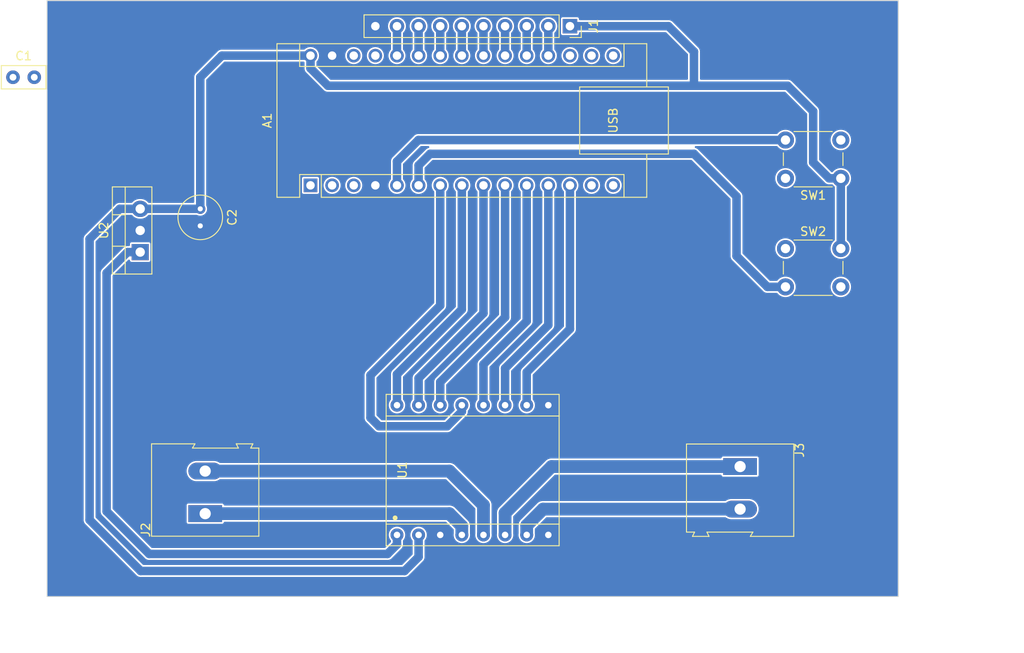
<source format=kicad_pcb>
(kicad_pcb (version 20221018) (generator pcbnew)
  (layers (0 "F.Cu" signal) (31 "B.Cu" signal) (34 "B.Paste" user) (35 "F.Paste" user) (36 "B.SilkS" user "B.Silkscreen") (37 "F.SilkS" user "F.Silkscreen") (38 "B.Mask" user) (39 "F.Mask" user) (44 "Edge.Cuts" user))
  (net 0 "")
  (net 4 "GND")
  (net 5 "/RUN")
  (net 6 "/CAL")
  (net 7 "/STBY")
  (net 8 "/PWM_1")
  (net 9 "/AIN2")
  (net 10 "/AIN1")
  (net 11 "/BIN1")
  (net 12 "/BIN2")
  (net 13 "/PWM_2")
  (net 19 "/IR1")
  (net 20 "/IR2")
  (net 21 "/IR3")
  (net 22 "/IR4")
  (net 23 "/IR5")
  (net 24 "/IR6")
  (net 25 "/IR7")
  (net 26 "/IR8")
  (net 29 "+5V")
  (net 30 "VS")
  (net 31 "/M1_A")
  (net 32 "/M1_B")
  (net 33 "/M2_A")
  (net 34 "/M2_B")
  (footprint "Button_Switch_THT:SW_PUSH_6mm" (layer "F.Cu") (at 177.75 120.125)
    (fp_text reference "SW2" (at 3.25 -2) (layer "F.SilkS"))
    (fp_text value "Calibrate")
    (fp_line (start -0.25 1.5) (end -0.25 3) (stroke (width 0.12)) (layer "F.SilkS"))
    (fp_line (start 1 5.5) (end 5.5 5.5) (stroke (width 0.12)) (layer "F.SilkS"))
    (fp_line (start 5.5 -1) (end 1 -1) (stroke (width 0.12)) (layer "F.SilkS"))
    (fp_line (start 6.75 3) (end 6.75 1.5) (stroke (width 0.12)) (layer "F.SilkS"))
    (pad "1" thru_hole circle (at 0 0 90) (size 2 2) (drill 1.1) (layers "*.Cu" "*.Mask") (net 29 "+5V"))
    (pad "1" thru_hole circle (at 6.5 0 90) (size 2 2) (drill 1.1) (layers "*.Cu" "*.Mask") (net 29 "+5V"))
    (pad "2" thru_hole circle (at 0 4.5 90) (size 2 2) (drill 1.1) (layers "*.Cu" "*.Mask") (net 6 "/CAL"))
    (pad "2" thru_hole circle (at 6.5 4.5 90) (size 2 2) (drill 1.1) (layers "*.Cu" "*.Mask") (net 6 "/CAL"))
  )
  (footprint "Module:Arduino_Nano" (layer "F.Cu") (at 121.95 112.7 90)
    (fp_text reference "A1" (at 7.62 -5.08 90) (layer "F.SilkS"))
    (fp_text value "Arduino_Nano_v3.x")
    (fp_text user "USB" (at 7.62 35.56 90 unlocked) (layer "F.SilkS"))
    (fp_line (start -1.4 -3.94) (end -1.4 -1.27) (stroke (width 0.12)) (layer "F.SilkS"))
    (fp_line (start -1.4 1.27) (end -1.4 39.5) (stroke (width 0.12)) (layer "F.SilkS"))
    (fp_line (start -1.4 39.5) (end 3.68 39.5) (stroke (width 0.12)) (layer "F.SilkS"))
    (fp_line (start 1.27 -1.27) (end -1.4 -1.27) (stroke (width 0.12)) (layer "F.SilkS"))
    (fp_line (start 1.27 1.27) (end -1.4 1.27) (stroke (width 0.12)) (layer "F.SilkS"))
    (fp_line (start 1.27 1.27) (end 1.27 -1.27) (stroke (width 0.12)) (layer "F.SilkS"))
    (fp_line (start 1.27 1.27) (end 1.27 36.83) (stroke (width 0.12)) (layer "F.SilkS"))
    (fp_line (start 1.27 36.83) (end -1.4 36.83) (stroke (width 0.12)) (layer "F.SilkS"))
    (fp_line (start 3.68 31.62) (end 11.56 31.62) (stroke (width 0.12)) (layer "F.SilkS"))
    (fp_line (start 3.68 42.04) (end 3.68 31.62) (stroke (width 0.12)) (layer "F.SilkS"))
    (fp_line (start 11.56 31.62) (end 11.56 42.04) (stroke (width 0.12)) (layer "F.SilkS"))
    (fp_line (start 11.56 42.04) (end 3.68 42.04) (stroke (width 0.12)) (layer "F.SilkS"))
    (fp_line (start 13.97 -1.27) (end 13.97 36.83) (stroke (width 0.12)) (layer "F.SilkS"))
    (fp_line (start 13.97 -1.27) (end 16.64 -1.27) (stroke (width 0.12)) (layer "F.SilkS"))
    (fp_line (start 13.97 36.83) (end 16.64 36.83) (stroke (width 0.12)) (layer "F.SilkS"))
    (fp_line (start 16.64 -3.94) (end -1.4 -3.94) (stroke (width 0.12)) (layer "F.SilkS"))
    (fp_line (start 16.64 39.5) (end 11.56 39.5) (stroke (width 0.12)) (layer "F.SilkS"))
    (fp_line (start 16.64 39.5) (end 16.64 -3.94) (stroke (width 0.12)) (layer "F.SilkS"))
    (pad "1" thru_hole rect (at 0 0 90) (size 1.6 1.6) (drill 1) (layers "*.Cu" "*.Mask"))
    (pad "2" thru_hole oval (at 0 2.54 90) (size 1.6 1.6) (drill 1) (layers "*.Cu" "*.Mask"))
    (pad "3" thru_hole oval (at 0 5.08 90) (size 1.6 1.6) (drill 1) (layers "*.Cu" "*.Mask"))
    (pad "4" thru_hole oval (at 0 7.62 90) (size 1.6 1.6) (drill 1) (layers "*.Cu" "*.Mask") (net 4 "GND"))
    (pad "5" thru_hole oval (at 0 10.16 90) (size 1.6 1.6) (drill 1) (layers "*.Cu" "*.Mask") (net 5 "/RUN"))
    (pad "6" thru_hole oval (at 0 12.7 90) (size 1.6 1.6) (drill 1) (layers "*.Cu" "*.Mask") (net 6 "/CAL"))
    (pad "7" thru_hole oval (at 0 15.24 90) (size 1.6 1.6) (drill 1) (layers "*.Cu" "*.Mask") (net 7 "/STBY"))
    (pad "8" thru_hole oval (at 0 17.78 90) (size 1.6 1.6) (drill 1) (layers "*.Cu" "*.Mask") (net 8 "/PWM_1"))
    (pad "9" thru_hole oval (at 0 20.32 90) (size 1.6 1.6) (drill 1) (layers "*.Cu" "*.Mask") (net 10 "/AIN1"))
    (pad "10" thru_hole oval (at 0 22.86 90) (size 1.6 1.6) (drill 1) (layers "*.Cu" "*.Mask") (net 9 "/AIN2"))
    (pad "11" thru_hole oval (at 0 25.4 90) (size 1.6 1.6) (drill 1) (layers "*.Cu" "*.Mask") (net 11 "/BIN1"))
    (pad "12" thru_hole oval (at 0 27.94 90) (size 1.6 1.6) (drill 1) (layers "*.Cu" "*.Mask") (net 12 "/BIN2"))
    (pad "13" thru_hole oval (at 0 30.48 90) (size 1.6 1.6) (drill 1) (layers "*.Cu" "*.Mask") (net 13 "/PWM_2"))
    (pad "14" thru_hole oval (at 0 33.02 90) (size 1.6 1.6) (drill 1) (layers "*.Cu" "*.Mask"))
    (pad "15" thru_hole oval (at 0 35.56 90) (size 1.6 1.6) (drill 1) (layers "*.Cu" "*.Mask"))
    (pad "16" thru_hole oval (at 15.24 35.56 90) (size 1.6 1.6) (drill 1) (layers "*.Cu" "*.Mask"))
    (pad "17" thru_hole oval (at 15.24 33.02 90) (size 1.6 1.6) (drill 1) (layers "*.Cu" "*.Mask"))
    (pad "18" thru_hole oval (at 15.24 30.48 90) (size 1.6 1.6) (drill 1) (layers "*.Cu" "*.Mask"))
    (pad "19" thru_hole oval (at 15.24 27.94 90) (size 1.6 1.6) (drill 1) (layers "*.Cu" "*.Mask") (net 19 "/IR1"))
    (pad "20" thru_hole oval (at 15.24 25.4 90) (size 1.6 1.6) (drill 1) (layers "*.Cu" "*.Mask") (net 20 "/IR2"))
    (pad "21" thru_hole oval (at 15.24 22.86 90) (size 1.6 1.6) (drill 1) (layers "*.Cu" "*.Mask") (net 21 "/IR3"))
    (pad "22" thru_hole oval (at 15.24 20.32 90) (size 1.6 1.6) (drill 1) (layers "*.Cu" "*.Mask") (net 22 "/IR4"))
    (pad "23" thru_hole oval (at 15.24 17.78 90) (size 1.6 1.6) (drill 1) (layers "*.Cu" "*.Mask") (net 23 "/IR5"))
    (pad "24" thru_hole oval (at 15.24 15.24 90) (size 1.6 1.6) (drill 1) (layers "*.Cu" "*.Mask") (net 24 "/IR6"))
    (pad "25" thru_hole oval (at 15.24 12.7 90) (size 1.6 1.6) (drill 1) (layers "*.Cu" "*.Mask") (net 25 "/IR7"))
    (pad "26" thru_hole oval (at 15.24 10.16 90) (size 1.6 1.6) (drill 1) (layers "*.Cu" "*.Mask") (net 26 "/IR8"))
    (pad "27" thru_hole oval (at 15.24 7.62 90) (size 1.6 1.6) (drill 1) (layers "*.Cu" "*.Mask"))
    (pad "28" thru_hole oval (at 15.24 5.08 90) (size 1.6 1.6) (drill 1) (layers "*.Cu" "*.Mask"))
    (pad "29" thru_hole oval (at 15.24 2.54 90) (size 1.6 1.6) (drill 1) (layers "*.Cu" "*.Mask") (net 4 "GND"))
    (pad "30" thru_hole oval (at 15.24 0 90) (size 1.6 1.6) (drill 1) (layers "*.Cu" "*.Mask") (net 29 "+5V"))
  )
  (footprint "Connector_PinSocket_2.54mm:PinSocket_1x10_P2.54mm_Vertical" (layer "F.Cu") (at 152.43 94 -90)
    (fp_text reference "J1" (at 0 -2.77 90) (layer "F.SilkS"))
    (fp_text value "IR_conn")
    (fp_line (start -1.33 1.27) (end -1.33 24.19) (stroke (width 0.12)) (layer "F.SilkS"))
    (fp_line (start -1.33 1.27) (end 1.33 1.27) (stroke (width 0.12)) (layer "F.SilkS"))
    (fp_line (start -1.33 24.19) (end 1.33 24.19) (stroke (width 0.12)) (layer "F.SilkS"))
    (fp_line (start 0 -1.33) (end 1.33 -1.33) (stroke (width 0.12)) (layer "F.SilkS"))
    (fp_line (start 1.33 -1.33) (end 1.33 0) (stroke (width 0.12)) (layer "F.SilkS"))
    (fp_line (start 1.33 1.27) (end 1.33 24.19) (stroke (width 0.12)) (layer "F.SilkS"))
    (pad "1" thru_hole rect (at 0 0 270) (size 1.7 1.7) (drill 1) (layers "*.Cu" "*.Mask") (net 29 "+5V"))
    (pad "2" thru_hole oval (at 0 2.54 270) (size 1.7 1.7) (drill 1) (layers "*.Cu" "*.Mask") (net 19 "/IR1"))
    (pad "3" thru_hole oval (at 0 5.08 270) (size 1.7 1.7) (drill 1) (layers "*.Cu" "*.Mask") (net 20 "/IR2"))
    (pad "4" thru_hole oval (at 0 7.62 270) (size 1.7 1.7) (drill 1) (layers "*.Cu" "*.Mask") (net 21 "/IR3"))
    (pad "5" thru_hole oval (at 0 10.16 270) (size 1.7 1.7) (drill 1) (layers "*.Cu" "*.Mask") (net 22 "/IR4"))
    (pad "6" thru_hole oval (at 0 12.7 270) (size 1.7 1.7) (drill 1) (layers "*.Cu" "*.Mask") (net 23 "/IR5"))
    (pad "7" thru_hole oval (at 0 15.24 270) (size 1.7 1.7) (drill 1) (layers "*.Cu" "*.Mask") (net 24 "/IR6"))
    (pad "8" thru_hole oval (at 0 17.78 270) (size 1.7 1.7) (drill 1) (layers "*.Cu" "*.Mask") (net 25 "/IR7"))
    (pad "9" thru_hole oval (at 0 20.32 270) (size 1.7 1.7) (drill 1) (layers "*.Cu" "*.Mask") (net 26 "/IR8"))
    (pad "10" thru_hole oval (at 0 22.86 270) (size 1.7 1.7) (drill 1) (layers "*.Cu" "*.Mask") (net 4 "GND"))
  )
  (footprint "Capacitor_THT:C_Disc_D5.0mm_W2.5mm_P2.50mm" (layer "F.Cu") (at 87 100)
    (fp_text reference "C1" (at 1.25 -2.5) (layer "F.SilkS"))
    (fp_text value "C")
    (fp_line (start -1.37 -1.37) (end -1.37 1.37) (stroke (width 0.12)) (layer "F.SilkS"))
    (fp_line (start -1.37 -1.37) (end 3.87 -1.37) (stroke (width 0.12)) (layer "F.SilkS"))
    (fp_line (start -1.37 1.37) (end 3.87 1.37) (stroke (width 0.12)) (layer "F.SilkS"))
    (fp_line (start 3.87 -1.37) (end 3.87 1.37) (stroke (width 0.12)) (layer "F.SilkS"))
    (pad "1" thru_hole circle (at 0 0) (size 1.6 1.6) (drill 0.8) (layers "*.Cu" "*.Mask") (net 30 "VS"))
    (pad "2" thru_hole circle (at 2.5 0) (size 1.6 1.6) (drill 0.8) (layers "*.Cu" "*.Mask") (net 4 "GND"))
  )
  (footprint "Button_Switch_THT:SW_PUSH_6mm" (layer "F.Cu") (at 184.25 111.875 180)
    (fp_text reference "SW1" (at 3.25 -2) (layer "F.SilkS"))
    (fp_text value "Run")
    (fp_line (start -0.25 1.5) (end -0.25 3) (stroke (width 0.12)) (layer "F.SilkS"))
    (fp_line (start 1 5.5) (end 5.5 5.5) (stroke (width 0.12)) (layer "F.SilkS"))
    (fp_line (start 5.5 -1) (end 1 -1) (stroke (width 0.12)) (layer "F.SilkS"))
    (fp_line (start 6.75 3) (end 6.75 1.5) (stroke (width 0.12)) (layer "F.SilkS"))
    (pad "1" thru_hole circle (at 0 0 270) (size 2 2) (drill 1.1) (layers "*.Cu" "*.Mask") (net 29 "+5V"))
    (pad "1" thru_hole circle (at 6.5 0 270) (size 2 2) (drill 1.1) (layers "*.Cu" "*.Mask") (net 29 "+5V"))
    (pad "2" thru_hole circle (at 0 4.5 270) (size 2 2) (drill 1.1) (layers "*.Cu" "*.Mask") (net 5 "/RUN"))
    (pad "2" thru_hole circle (at 6.5 4.5 270) (size 2 2) (drill 1.1) (layers "*.Cu" "*.Mask") (net 5 "/RUN"))
  )
  (footprint "Package_TO_SOT_THT:TO-220-3_Vertical" (layer "F.Cu") (at 101.945 120.54 90)
    (fp_text reference "U2" (at 2.54 -4.27 90) (layer "F.SilkS"))
    (fp_text value "LM7805_TO220")
    (fp_line (start -2.58 -3.27) (end -2.58 1.371) (stroke (width 0.12)) (layer "F.SilkS"))
    (fp_line (start -2.58 -3.27) (end 7.66 -3.27) (stroke (width 0.12)) (layer "F.SilkS"))
    (fp_line (start -2.58 -1.76) (end 7.66 -1.76) (stroke (width 0.12)) (layer "F.SilkS"))
    (fp_line (start -2.58 1.371) (end 7.66 1.371) (stroke (width 0.12)) (layer "F.SilkS"))
    (fp_line (start 0.69 -3.27) (end 0.69 -1.76) (stroke (width 0.12)) (layer "F.SilkS"))
    (fp_line (start 4.391 -3.27) (end 4.391 -1.76) (stroke (width 0.12)) (layer "F.SilkS"))
    (fp_line (start 7.66 -3.27) (end 7.66 1.371) (stroke (width 0.12)) (layer "F.SilkS"))
    (pad "1" thru_hole rect (at 0 0 90) (size 1.905 2) (drill 1.1) (layers "*.Cu" "*.Mask") (net 30 "VS"))
    (pad "2" thru_hole oval (at 2.54 0 90) (size 1.905 2) (drill 1.1) (layers "*.Cu" "*.Mask") (net 4 "GND"))
    (pad "3" thru_hole oval (at 5.08 0 90) (size 1.905 2) (drill 1.1) (layers "*.Cu" "*.Mask") (net 29 "+5V"))
  )
  (footprint "TerminalBlock:TerminalBlock_Altech_AK300-2_P5.00mm" (layer "F.Cu") (at 109.58 151.265 90)
    (fp_text reference "J2" (at -1.92 -6.99 90) (layer "F.SilkS"))
    (fp_text value "Motor1")
    (fp_line (start -2.65 -6.3) (end -2.65 6.3) (stroke (width 0.12)) (layer "F.SilkS"))
    (fp_line (start -2.65 6.3) (end 7.7 6.3) (stroke (width 0.12)) (layer "F.SilkS"))
    (fp_line (start 7.7 -1.5) (end 8.2 -1.2) (stroke (width 0.12)) (layer "F.SilkS"))
    (fp_line (start 7.7 3.9) (end 7.7 -1.5) (stroke (width 0.12)) (layer "F.SilkS"))
    (fp_line (start 7.7 5.35) (end 8.2 5.6) (stroke (width 0.12)) (layer "F.SilkS"))
    (fp_line (start 7.7 6.3) (end 7.7 5.35) (stroke (width 0.12)) (layer "F.SilkS"))
    (fp_line (start 8.2 -6.3) (end -2.65 -6.3) (stroke (width 0.12)) (layer "F.SilkS"))
    (fp_line (start 8.2 -1.2) (end 8.2 -6.3) (stroke (width 0.12)) (layer "F.SilkS"))
    (fp_line (start 8.2 3.65) (end 7.7 3.9) (stroke (width 0.12)) (layer "F.SilkS"))
    (fp_line (start 8.2 3.7) (end 8.2 3.65) (stroke (width 0.12)) (layer "F.SilkS"))
    (fp_line (start 8.2 5.6) (end 8.2 3.7) (stroke (width 0.12)) (layer "F.SilkS"))
    (pad "1" thru_hole rect (at 0 0 90) (size 1.98 3.96) (drill 1.32) (layers "*.Cu" "*.Mask") (net 31 "/M1_A"))
    (pad "2" thru_hole oval (at 5 0 90) (size 1.98 3.96) (drill 1.32) (layers "*.Cu" "*.Mask") (net 32 "/M1_B"))
  )
  (footprint "Capacitor_THT:C_Radial_D5.0mm_H7.0mm_P2.00mm" (layer "F.Cu") (at 109 115.46 -90)
    (fp_text reference "C2" (at 1 -3.75 90) (layer "F.SilkS"))
    (fp_text value "C_Polarized")
    (fp_circle (center 1 0) (end 3.62 0) (stroke (width 0.12)) (fill none) (layer "F.SilkS"))
    (pad "1" thru_hole circle (at 0 0 270) (size 1.2 1.2) (drill 0.6) (layers "*.Cu" "*.Mask") (net 29 "+5V"))
    (pad "2" thru_hole circle (at 2 0 270) (size 1.2 1.2) (drill 0.6) (layers "*.Cu" "*.Mask") (net 4 "GND"))
  )
  (footprint "TerminalBlock:TerminalBlock_Altech_AK300-2_P5.00mm" (layer "F.Cu") (at 172.42 145.735 -90)
    (fp_text reference "J3" (at -1.92 -6.99 90) (layer "F.SilkS"))
    (fp_text value "Motor2")
    (fp_line (start -2.65 -6.3) (end -2.65 6.3) (stroke (width 0.12)) (layer "F.SilkS"))
    (fp_line (start -2.65 6.3) (end 7.7 6.3) (stroke (width 0.12)) (layer "F.SilkS"))
    (fp_line (start 7.7 -1.5) (end 8.2 -1.2) (stroke (width 0.12)) (layer "F.SilkS"))
    (fp_line (start 7.7 3.9) (end 7.7 -1.5) (stroke (width 0.12)) (layer "F.SilkS"))
    (fp_line (start 7.7 5.35) (end 8.2 5.6) (stroke (width 0.12)) (layer "F.SilkS"))
    (fp_line (start 7.7 6.3) (end 7.7 5.35) (stroke (width 0.12)) (layer "F.SilkS"))
    (fp_line (start 8.2 -6.3) (end -2.65 -6.3) (stroke (width 0.12)) (layer "F.SilkS"))
    (fp_line (start 8.2 -1.2) (end 8.2 -6.3) (stroke (width 0.12)) (layer "F.SilkS"))
    (fp_line (start 8.2 3.65) (end 7.7 3.9) (stroke (width 0.12)) (layer "F.SilkS"))
    (fp_line (start 8.2 3.7) (end 8.2 3.65) (stroke (width 0.12)) (layer "F.SilkS"))
    (fp_line (start 8.2 5.6) (end 8.2 3.7) (stroke (width 0.12)) (layer "F.SilkS"))
    (pad "1" thru_hole rect (at 0 0 270) (size 1.98 3.96) (drill 1.32) (layers "*.Cu" "*.Mask") (net 33 "/M2_A"))
    (pad "2" thru_hole oval (at 5 0 270) (size 1.98 3.96) (drill 1.32) (layers "*.Cu" "*.Mask") (net 34 "/M2_B"))
  )
  (footprint "sche:TB1266FNG_Module" (layer "F.Cu") (at 149.89 153.765 90)
    (fp_text reference "U1" (at 7.62 -17.145 90 unlocked) (layer "F.SilkS"))
    (fp_text value "TB6612FNG_Module")
    (fp_line (start -1.27 -19.05) (end 1.27 -19.05) (stroke (width 0.12)) (layer "F.SilkS"))
    (fp_line (start -1.27 1.27) (end -1.27 -19.05) (stroke (width 0.12)) (layer "F.SilkS"))
    (fp_line (start 1.27 -19.05) (end 1.27 1.27) (stroke (width 0.12)) (layer "F.SilkS"))
    (fp_line (start 1.27 -19.05) (end 13.97 -19.05) (stroke (width 0.12)) (layer "F.SilkS"))
    (fp_line (start 1.27 1.27) (end -1.27 1.27) (stroke (width 0.12)) (layer "F.SilkS"))
    (fp_line (start 13.97 -19.05) (end 16.51 -19.05) (stroke (width 0.12)) (layer "F.SilkS"))
    (fp_line (start 13.97 1.27) (end 1.27 1.27) (stroke (width 0.12)) (layer "F.SilkS"))
    (fp_line (start 13.97 1.27) (end 13.97 -19.05) (stroke (width 0.12)) (layer "F.SilkS"))
    (fp_line (start 16.51 -19.05) (end 16.51 1.27) (stroke (width 0.12)) (layer "F.SilkS"))
    (fp_line (start 16.51 1.27) (end 13.97 1.27) (stroke (width 0.12)) (layer "F.SilkS"))
    (fp_circle (center 2 -18) (end 2.223607 -18) (stroke (width 0.12)) (fill solid) (layer "F.SilkS"))
    (pad "1" thru_hole circle locked (at 0 -17.78 270) (size 1.524 1.524) (drill 0.762) (layers "*.Cu" "*.Mask") (net 30 "VS"))
    (pad "2" thru_hole circle locked (at 0 -15.24 270) (size 1.524 1.524) (drill 0.762) (layers "*.Cu" "*.Mask") (net 29 "+5V"))
    (pad "3" thru_hole oval locked (at 0 -12.7 270) (size 2 1.524) (drill 0.762) (layers "*.Cu" "*.Mask") (net 4 "GND"))
    (pad "4" thru_hole circle locked (at 0 -10.16 270) (size 1.524 1.524) (drill 0.762) (layers "*.Cu" "*.Mask") (net 31 "/M1_A"))
    (pad "5" thru_hole circle locked (at 0 -7.62 270) (size 1.524 1.524) (drill 0.762) (layers "*.Cu" "*.Mask") (net 32 "/M1_B"))
    (pad "6" thru_hole circle locked (at 0 -5.08 270) (size 1.524 1.524) (drill 0.762) (layers "*.Cu" "*.Mask") (net 33 "/M2_A"))
    (pad "7" thru_hole circle locked (at 0 -2.54 270) (size 1.524 1.524) (drill 0.762) (layers "*.Cu" "*.Mask") (net 34 "/M2_B"))
    (pad "8" thru_hole oval locked (at 0 0 270) (size 2 1.524) (drill 0.762) (layers "*.Cu" "*.Mask") (net 4 "GND"))
    (pad "9" thru_hole circle locked (at 15.24 -17.78 270) (size 1.524 1.524) (drill 0.762) (layers "*.Cu" "*.Mask") (net 8 "/PWM_1"))
    (pad "10" thru_hole circle locked (at 15.24 -15.24 270) (size 1.524 1.524) (drill 0.762) (layers "*.Cu" "*.Mask") (net 10 "/AIN1"))
    (pad "11" thru_hole circle locked (at 15.24 -12.7 270) (size 1.524 1.524) (drill 0.762) (layers "*.Cu" "*.Mask") (net 9 "/AIN2"))
    (pad "12" thru_hole circle locked (at 15.24 -10.16 270) (size 1.524 1.524) (drill 0.762) (layers "*.Cu" "*.Mask") (net 7 "/STBY"))
    (pad "13" thru_hole circle locked (at 15.24 -7.62 270) (size 1.524 1.524) (drill 0.762) (layers "*.Cu" "*.Mask") (net 11 "/BIN1"))
    (pad "14" thru_hole circle locked (at 15.24 -5.08 270) (size 1.524 1.524) (drill 0.762) (layers "*.Cu" "*.Mask") (net 12 "/BIN2"))
    (pad "15" thru_hole circle locked (at 15.24 -2.54 270) (size 1.524 1.524) (drill 0.762) (layers "*.Cu" "*.Mask") (net 13 "/PWM_2"))
    (pad "16" thru_hole oval locked (at 15.24 0 270) (size 2 1.524) (drill 0.762) (layers "*.Cu" "*.Mask") (net 4 "GND"))
  )
  (gr_rect locked (start 91 91) (end 191 161) (stroke (width 0.1)) (fill none) (layer "Edge.Cuts"))
  (segment (start 134.625 107.375) (end 177.75 107.375) (width 1) (layer "B.Cu") (net 5))
  (segment (start 132.11 112.7) (end 132.11 109.89) (width 1) (layer "B.Cu") (net 5))
  (segment (start 132.11 109.89) (end 134.625 107.375) (width 1) (layer "B.Cu") (net 5))
  (segment (start 167 109) (end 172 114) (width 1) (layer "B.Cu") (net 6))
  (segment (start 175.625 124.625) (end 177.75 124.625) (width 1) (layer "B.Cu") (net 6))
  (segment (start 136 109) (end 167 109) (width 1) (layer "B.Cu") (net 6))
  (segment (start 172 121) (end 175.625 124.625) (width 1) (layer "B.Cu") (net 6))
  (segment (start 172 114) (end 172 121) (width 1) (layer "B.Cu") (net 6))
  (segment (start 134.65 110.35) (end 136 109) (width 1) (layer "B.Cu") (net 6))
  (segment (start 134.65 112.7) (end 134.65 110.35) (width 1) (layer "B.Cu") (net 6))
  (segment (start 137.19 126.81) (end 129 135) (width 1) (layer "B.Cu") (net 7))
  (segment (start 130 141) (end 138 141) (width 1) (layer "B.Cu") (net 7))
  (segment (start 129 140) (end 130 141) (width 1) (layer "B.Cu") (net 7))
  (segment (start 137.19 112.7) (end 137.19 126.81) (width 1) (layer "B.Cu") (net 7))
  (segment (start 138 141) (end 139.73 139.27) (width 1) (layer "B.Cu") (net 7))
  (segment (start 139.73 139.27) (end 139.73 138.525) (width 1) (layer "B.Cu") (net 7))
  (segment (start 129 135) (end 129 140) (width 1) (layer "B.Cu") (net 7))
  (segment (start 139.73 112.7) (end 139.73 127.27) (width 1) (layer "B.Cu") (net 8))
  (segment (start 139.73 127.27) (end 132.11 134.89) (width 1) (layer "B.Cu") (net 8))
  (segment (start 132.11 134.89) (end 132.11 138.525) (width 1) (layer "B.Cu") (net 8))
  (segment (start 144.81 128.19) (end 137.19 135.81) (width 1) (layer "B.Cu") (net 9))
  (segment (start 137.19 135.81) (end 137.19 138.525) (width 1) (layer "B.Cu") (net 9))
  (segment (start 144.81 112.7) (end 144.81 128.19) (width 1) (layer "B.Cu") (net 9))
  (segment (start 134.65 138.525) (end 134.65 135.35) (width 1) (layer "B.Cu") (net 10))
  (segment (start 134.65 135.35) (end 142.27 127.73) (width 1) (layer "B.Cu") (net 10))
  (segment (start 142.27 127.73) (end 142.27 112.7) (width 1) (layer "B.Cu") (net 10))
  (segment (start 142.27 138.525) (end 142.27 133.73) (width 1) (layer "B.Cu") (net 11))
  (segment (start 147.35 128.65) (end 147.35 112.7) (width 1) (layer "B.Cu") (net 11))
  (segment (start 142.27 133.73) (end 147.35 128.65) (width 1) (layer "B.Cu") (net 11))
  (segment (start 149.89 129.11) (end 144.81 134.19) (width 1) (layer "B.Cu") (net 12))
  (segment (start 149.89 112.7) (end 149.89 129.11) (width 1) (layer "B.Cu") (net 12))
  (segment (start 144.81 134.19) (end 144.81 138.525) (width 1) (layer "B.Cu") (net 12))
  (segment (start 147.35 134.65) (end 152.43 129.57) (width 1) (layer "B.Cu") (net 13))
  (segment (start 152.43 129.57) (end 152.43 112.7) (width 1) (layer "B.Cu") (net 13))
  (segment (start 147.35 138.525) (end 147.35 134.65) (width 1) (layer "B.Cu") (net 13))
  (segment (start 149.89 97.46) (end 149.89 94) (width 1) (layer "B.Cu") (net 19))
  (segment (start 147.35 94) (end 147.35 97.46) (width 1) (layer "B.Cu") (net 20))
  (segment (start 144.81 94) (end 144.81 97.46) (width 1) (layer "B.Cu") (net 21))
  (segment (start 142.27 94) (end 142.27 97.46) (width 1) (layer "B.Cu") (net 22))
  (segment (start 139.73 94) (end 139.73 97.46) (width 1) (layer "B.Cu") (net 23))
  (segment (start 137.19 94) (end 137.19 97.46) (width 1) (layer "B.Cu") (net 24))
  (segment (start 134.65 97.46) (end 134.65 94) (width 1) (layer "B.Cu") (net 25))
  (segment (start 132.11 94) (end 132.11 97.46) (width 1) (layer "B.Cu") (net 26))
  (segment (start 121.95 98.95) (end 124 101) (width 1) (layer "B.Cu") (net 29))
  (segment (start 167 97) (end 167 101) (width 1) (layer "B.Cu") (net 29))
  (segment (start 134.65 153.765) (end 134.65 156.35) (width 1) (layer "B.Cu") (net 29))
  (segment (start 101.945 115.46) (end 109 115.46) (width 1) (layer "B.Cu") (net 29))
  (segment (start 121.95 97.46) (end 121.95 98.95) (width 1) (layer "B.Cu") (net 29))
  (segment (start 184.25 111.875) (end 184.25 120.125) (width 1) (layer "B.Cu") (net 29))
  (segment (start 133 158) (end 102 158) (width 1) (layer "B.Cu") (net 29))
  (segment (start 152.43 94) (end 164 94) (width 1) (layer "B.Cu") (net 29))
  (segment (start 109 100) (end 111.54 97.46) (width 1) (layer "B.Cu") (net 29))
  (segment (start 102 158) (end 96 152) (width 1) (layer "B.Cu") (net 29))
  (segment (start 134.65 156.35) (end 133 158) (width 1) (layer "B.Cu") (net 29))
  (segment (start 181 104) (end 181 110) (width 1) (layer "B.Cu") (net 29))
  (segment (start 124 101) (end 167 101) (width 1) (layer "B.Cu") (net 29))
  (segment (start 178 101) (end 181 104) (width 1) (layer "B.Cu") (net 29))
  (segment (start 182.875 111.875) (end 184.25 111.875) (width 1) (layer "B.Cu") (net 29))
  (segment (start 109 115.46) (end 109 100) (width 1) (layer "B.Cu") (net 29))
  (segment (start 164 94) (end 167 97) (width 1) (layer "B.Cu") (net 29))
  (segment (start 181 110) (end 182.875 111.875) (width 1) (layer "B.Cu") (net 29))
  (segment (start 99.54 115.46) (end 101.945 115.46) (width 1) (layer "B.Cu") (net 29))
  (segment (start 96 152) (end 96 119) (width 1) (layer "B.Cu") (net 29))
  (segment (start 96 119) (end 99.54 115.46) (width 1) (layer "B.Cu") (net 29))
  (segment (start 111.54 97.46) (end 121.95 97.46) (width 1) (layer "B.Cu") (net 29))
  (segment (start 167 101) (end 178 101) (width 1) (layer "B.Cu") (net 29))
  (segment (start 101.945 120.54) (end 100.46 120.54) (width 1) (layer "B.Cu") (net 30))
  (segment (start 103 156) (end 131 156) (width 1) (layer "B.Cu") (net 30))
  (segment (start 98 151) (end 103 156) (width 1) (layer "B.Cu") (net 30))
  (segment (start 132.11 154.89) (end 132.11 153.765) (width 1) (layer "B.Cu") (net 30))
  (segment (start 98 123) (end 98 151) (width 1) (layer "B.Cu") (net 30))
  (segment (start 131 156) (end 132.11 154.89) (width 1) (layer "B.Cu") (net 30))
  (segment (start 100.46 120.54) (end 98 123) (width 1) (layer "B.Cu") (net 30))
  (segment (start 139.73 153.765) (end 139.73 152.73) (width 1.5) (layer "B.Cu") (net 31))
  (segment (start 138.265 151.265) (end 109.58 151.265) (width 1.5) (layer "B.Cu") (net 31))
  (segment (start 139.73 152.73) (end 138.265 151.265) (width 1.5) (layer "B.Cu") (net 31))
  (segment (start 138.265 146.265) (end 142.27 150.27) (width 1.5) (layer "B.Cu") (net 32))
  (segment (start 109.58 146.265) (end 138.265 146.265) (width 1.5) (layer "B.Cu") (net 32))
  (segment (start 142.27 150.27) (end 142.27 153.765) (width 1.5) (layer "B.Cu") (net 32))
  (segment (start 150.265 145.735) (end 172.42 145.735) (width 1.5) (layer "B.Cu") (net 33))
  (segment (start 144.81 153.765) (end 144.81 151.19) (width 1.5) (layer "B.Cu") (net 33))
  (segment (start 144.81 151.19) (end 150.265 145.735) (width 1.5) (layer "B.Cu") (net 33))
  (segment (start 147.35 152.65) (end 149.265 150.735) (width 1.5) (layer "B.Cu") (net 34))
  (segment (start 149.265 150.735) (end 172.42 150.735) (width 1.5) (layer "B.Cu") (net 34))
  (segment (start 147.35 153.765) (end 147.35 152.65) (width 1.5) (layer "B.Cu") (net 34))
  (zone (net 4) (net_name "GND") (layer "B.Cu") (connect_pads yes (clearance 0.2)) (min_thickness 0.25) (fill yes (thermal_gap 0.5) (thermal_bridge_width 0.5))
    (polygon (pts (xy 91 91) (xy 191 91) (xy 191 161) (xy 91 161)))
  )
)
</source>
